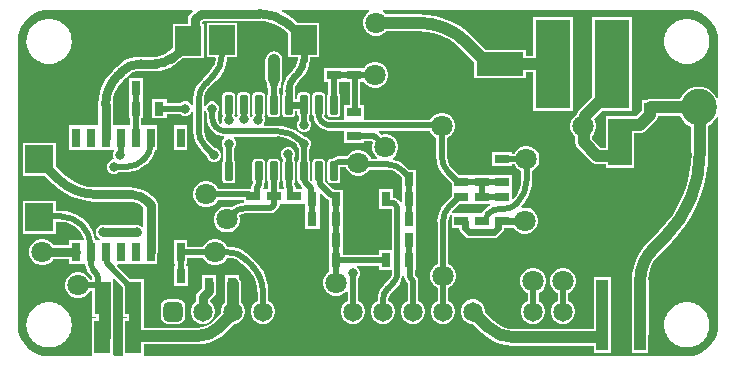
<source format=gbr>
%TF.GenerationSoftware,Altium Limited,Altium Designer,24.7.2 (38)*%
G04 Layer_Physical_Order=2*
G04 Layer_Color=16711680*
%FSLAX43Y43*%
%MOMM*%
%TF.SameCoordinates,A6C98B59-F63B-4C8E-8392-574C2285590F*%
%TF.FilePolarity,Positive*%
%TF.FileFunction,Copper,L2,Bot,Signal*%
%TF.Part,Single*%
G01*
G75*
%TA.AperFunction,Conductor*%
%ADD10C,1.000*%
%ADD11C,0.800*%
%ADD12C,0.500*%
%TA.AperFunction,SMDPad,CuDef*%
%ADD15R,0.800X1.250*%
%TA.AperFunction,ComponentPad*%
%ADD16C,1.800*%
%ADD17O,3.000X3.100*%
%ADD18C,1.650*%
G04:AMPARAMS|DCode=19|XSize=1.65mm|YSize=1.65mm|CornerRadius=0.413mm|HoleSize=0mm|Usage=FLASHONLY|Rotation=180.000|XOffset=0mm|YOffset=0mm|HoleType=Round|Shape=RoundedRectangle|*
%AMROUNDEDRECTD19*
21,1,1.650,0.825,0,0,180.0*
21,1,0.825,1.650,0,0,180.0*
1,1,0.825,-0.413,0.413*
1,1,0.825,0.413,0.413*
1,1,0.825,0.413,-0.413*
1,1,0.825,-0.413,-0.413*
%
%ADD19ROUNDEDRECTD19*%
%TA.AperFunction,ViaPad*%
%ADD20C,0.800*%
%TA.AperFunction,Conductor*%
%ADD21C,0.500*%
%ADD22C,0.600*%
%TA.AperFunction,SMDPad,CuDef*%
%ADD23R,4.000X2.000*%
%ADD24R,2.200X2.500*%
%ADD25R,0.750X1.650*%
%ADD26R,2.400X2.400*%
%ADD27R,1.403X2.804*%
G04:AMPARAMS|DCode=28|XSize=0.65mm|YSize=1.65mm|CornerRadius=0.049mm|HoleSize=0mm|Usage=FLASHONLY|Rotation=0.000|XOffset=0mm|YOffset=0mm|HoleType=Round|Shape=RoundedRectangle|*
%AMROUNDEDRECTD28*
21,1,0.650,1.553,0,0,0.0*
21,1,0.553,1.650,0,0,0.0*
1,1,0.098,0.276,-0.776*
1,1,0.098,-0.276,-0.776*
1,1,0.098,-0.276,0.776*
1,1,0.098,0.276,0.776*
%
%ADD28ROUNDEDRECTD28*%
%ADD29R,2.000X4.000*%
%ADD30R,1.250X0.800*%
%ADD31R,3.000X7.500*%
%ADD32R,1.000X2.800*%
G36*
X57000Y29667D02*
Y29667D01*
X57124Y29659D01*
X57417Y29636D01*
X57825Y29538D01*
X58211Y29378D01*
X58569Y29159D01*
X58887Y28887D01*
X59159Y28569D01*
X59378Y28211D01*
X59538Y27825D01*
X59636Y27417D01*
X59659Y27124D01*
X59667Y27000D01*
X59667Y27000D01*
X59667Y26873D01*
X59667Y22208D01*
X59540Y22176D01*
X59420Y22399D01*
X59208Y22658D01*
X58949Y22870D01*
X58654Y23028D01*
X58333Y23125D01*
X58000Y23158D01*
X57667Y23125D01*
X57346Y23028D01*
X57051Y22870D01*
X56792Y22658D01*
X56580Y22399D01*
X56430Y22119D01*
X54095D01*
X54000Y22131D01*
X53817Y22107D01*
X53647Y22036D01*
X53632Y22025D01*
X53175D01*
Y21371D01*
X53169Y21325D01*
Y21092D01*
X52733Y20656D01*
X51825D01*
X51779Y20650D01*
X50125D01*
Y18006D01*
X49703D01*
X48971Y18738D01*
Y18990D01*
X49105Y19125D01*
X49250Y19375D01*
X49325Y19655D01*
Y19945D01*
X49250Y20225D01*
X49137Y20420D01*
X49842Y21125D01*
X52400D01*
Y29025D01*
X49000D01*
Y22280D01*
X47879Y21158D01*
X47767Y21012D01*
X47696Y20842D01*
X47685Y20758D01*
X47550Y20680D01*
X47345Y20475D01*
X47200Y20225D01*
X47125Y19945D01*
Y19655D01*
X47200Y19375D01*
X47345Y19125D01*
X47550Y18920D01*
X47559Y18914D01*
Y18446D01*
X47583Y18263D01*
X47653Y18093D01*
X47766Y17947D01*
X48912Y16801D01*
X49058Y16689D01*
X49228Y16618D01*
X49411Y16594D01*
X50125D01*
Y16250D01*
X52525D01*
Y19244D01*
X53025D01*
X53208Y19268D01*
X53378Y19339D01*
X53524Y19451D01*
X54374Y20301D01*
X54486Y20447D01*
X54557Y20617D01*
X54569Y20706D01*
X56419D01*
X56422Y20696D01*
X56580Y20401D01*
X56792Y20142D01*
X57051Y19930D01*
X57346Y19772D01*
X57394Y19757D01*
Y17565D01*
X57397Y17539D01*
X57353Y16642D01*
X57218Y15729D01*
X56993Y14832D01*
X56682Y13962D01*
X56287Y13127D01*
X55812Y12335D01*
X55262Y11593D01*
X54657Y10926D01*
X54636Y10909D01*
X53751Y10025D01*
X53660Y9939D01*
X53659Y9938D01*
X53578Y9846D01*
X53271Y9495D01*
X52944Y9005D01*
X52683Y8477D01*
X52494Y7919D01*
X52379Y7342D01*
X52361Y7075D01*
X52350D01*
Y6901D01*
X52341Y6757D01*
X52344Y6757D01*
X52344Y6375D01*
Y2225D01*
X52350Y2179D01*
Y625D01*
X53750D01*
Y2179D01*
X53756Y2225D01*
Y6375D01*
X53756Y6757D01*
X53754Y6769D01*
X53791Y7237D01*
X53904Y7709D01*
X54090Y8157D01*
X54343Y8570D01*
X54578Y8845D01*
X54661Y8937D01*
X54661Y8937D01*
X54751Y9027D01*
X55546Y9822D01*
X55637Y9908D01*
X55639Y9910D01*
X55722Y10000D01*
X56277Y10606D01*
X56852Y11355D01*
X57360Y12152D01*
X57796Y12990D01*
X58157Y13862D01*
X58441Y14763D01*
X58646Y15685D01*
X58769Y16622D01*
X58810Y17565D01*
X58806D01*
Y19853D01*
X58949Y19930D01*
X59208Y20142D01*
X59420Y20401D01*
X59540Y20624D01*
X59667Y20592D01*
X59667Y3125D01*
X59667Y3003D01*
X59667Y3000D01*
D01*
X59659Y2877D01*
X59636Y2583D01*
X59538Y2175D01*
X59378Y1789D01*
X59159Y1431D01*
X58887Y1113D01*
X58569Y841D01*
X58211Y622D01*
X57825Y462D01*
X57417Y364D01*
X57124Y341D01*
X57000Y333D01*
X57000Y333D01*
X56873Y333D01*
X11152Y333D01*
X11027Y460D01*
Y1338D01*
X15541D01*
X15544Y1338D01*
X15544Y1333D01*
X16070Y1375D01*
X16583Y1498D01*
X17071Y1700D01*
X17520Y1976D01*
X17922Y2318D01*
X17922Y2318D01*
X18007Y2410D01*
X18692Y3095D01*
X18705D01*
X18966Y3165D01*
X19199Y3300D01*
X19390Y3491D01*
X19525Y3724D01*
X19595Y3985D01*
Y4255D01*
X19525Y4516D01*
X19390Y4749D01*
X19279Y4861D01*
Y6456D01*
X19281Y6475D01*
X19257Y6658D01*
X19186Y6828D01*
X19125Y6908D01*
Y7175D01*
X18621D01*
X18575Y7181D01*
X18529Y7175D01*
X17925D01*
Y6738D01*
X17891Y6655D01*
X17866Y6472D01*
Y4866D01*
X17750Y4749D01*
X17615Y4516D01*
X17545Y4255D01*
Y3985D01*
X17554Y3953D01*
X16920Y3320D01*
X16913Y3310D01*
X16627Y3075D01*
X16290Y2895D01*
X15924Y2785D01*
X15557Y2748D01*
X15545Y2750D01*
X15543Y2750D01*
X15542Y2750D01*
X15542Y2750D01*
X11027D01*
Y3541D01*
X11018D01*
Y3673D01*
X11049D01*
Y6877D01*
X9896D01*
X8765Y8008D01*
X8814Y8125D01*
X9633D01*
X9640Y8125D01*
X9760D01*
X9767Y8125D01*
X10903D01*
X10910Y8125D01*
X11030D01*
X11037Y8125D01*
X12180D01*
Y8965D01*
X12217Y9150D01*
Y13180D01*
X12205Y13239D01*
Y13299D01*
X12182Y13355D01*
X12170Y13414D01*
X12137Y13464D01*
X12114Y13520D01*
X12071Y13563D01*
X12038Y13613D01*
X11782Y13868D01*
X11782Y13868D01*
X11782Y13868D01*
X11782Y13868D01*
X11758Y13884D01*
X11457Y14142D01*
X11095Y14363D01*
X10702Y14526D01*
X10290Y14625D01*
X9895Y14656D01*
X9866Y14662D01*
X9866D01*
Y14662D01*
X9768Y14662D01*
X9768Y14662D01*
X6928D01*
X6927Y14662D01*
X6927Y14662D01*
X6925Y14662D01*
X6886Y14654D01*
X6321Y14698D01*
X5731Y14840D01*
X5170Y15072D01*
X4653Y15389D01*
X4223Y15756D01*
X4202Y15788D01*
X3567Y16424D01*
Y18400D01*
X767D01*
Y15600D01*
X2660D01*
X3337Y14923D01*
X3344Y14919D01*
X3834Y14489D01*
X4386Y14120D01*
X4982Y13826D01*
X5611Y13612D01*
X6263Y13483D01*
X6920Y13439D01*
X6926Y13438D01*
Y13438D01*
X6926Y13438D01*
X6927Y13438D01*
X7053Y13438D01*
X9768D01*
X9866Y13438D01*
X9866Y13438D01*
X9991Y13432D01*
X10157Y13416D01*
X10437Y13331D01*
X10695Y13193D01*
X10905Y13021D01*
X10917Y13003D01*
X10993Y12927D01*
Y11310D01*
X10989Y11307D01*
X10866Y11270D01*
X10858Y11283D01*
X10807Y11316D01*
X10765Y11359D01*
X10709Y11382D01*
X10659Y11415D01*
X10600Y11427D01*
X10544Y11450D01*
X10484D01*
X10425Y11462D01*
X7548D01*
X7489Y11450D01*
X7428D01*
X7373Y11427D01*
X7314Y11415D01*
X7263Y11382D01*
X7208Y11359D01*
X7165Y11316D01*
X7115Y11283D01*
X7082Y11232D01*
X7039Y11190D01*
X7016Y11134D01*
X6982Y11084D01*
X6971Y11025D01*
X6948Y10969D01*
Y10909D01*
X6936Y10850D01*
X6948Y10791D01*
Y10731D01*
X6971Y10675D01*
X6982Y10616D01*
X7016Y10566D01*
X7039Y10510D01*
X7082Y10468D01*
X7115Y10417D01*
X7165Y10384D01*
X7208Y10341D01*
X7263Y10318D01*
X7288Y10302D01*
X7264Y10175D01*
X7227D01*
X7220Y10175D01*
X7100D01*
X7093Y10175D01*
X6932D01*
X6837Y10573D01*
X6655Y11011D01*
X6407Y11416D01*
X6100Y11775D01*
X6100D01*
X6006Y11855D01*
X5750Y12074D01*
X5358Y12314D01*
X4932Y12490D01*
X4485Y12598D01*
X4030Y12634D01*
Y12634D01*
X4029Y12634D01*
X3903Y12634D01*
X3567Y12634D01*
Y13519D01*
X767D01*
Y10719D01*
X3567D01*
Y11716D01*
X4029Y11716D01*
X4048Y11720D01*
X4420Y11683D01*
X4799Y11568D01*
X5149Y11381D01*
X5358Y11210D01*
X5451Y11126D01*
D01*
X5534Y11034D01*
X5717Y10812D01*
X5912Y10446D01*
X5957Y10299D01*
X5864Y10175D01*
X5830D01*
X5823Y10175D01*
X4680D01*
Y9762D01*
X3343D01*
X3306Y9825D01*
X3101Y10030D01*
X2851Y10175D01*
X2571Y10250D01*
X2281D01*
X2001Y10175D01*
X1751Y10030D01*
X1546Y9825D01*
X1401Y9575D01*
X1326Y9295D01*
Y9005D01*
X1401Y8725D01*
X1546Y8475D01*
X1751Y8270D01*
X2001Y8125D01*
X2281Y8050D01*
X2571D01*
X2851Y8125D01*
X3101Y8270D01*
X3306Y8475D01*
X3343Y8538D01*
X4680D01*
Y8125D01*
X5823D01*
X5830Y8125D01*
X5950D01*
X5957Y8125D01*
X6070D01*
X6105Y7865D01*
X6221Y7585D01*
X6406Y7344D01*
X6407Y7345D01*
X6491Y7260D01*
X6499Y7255D01*
X6620Y7096D01*
X6659Y7004D01*
X6646Y6877D01*
X6571Y6825D01*
X6433Y6847D01*
X6330Y7025D01*
X6125Y7230D01*
X5875Y7375D01*
X5595Y7450D01*
X5305D01*
X5025Y7375D01*
X4775Y7230D01*
X4570Y7025D01*
X4425Y6774D01*
X4350Y6495D01*
Y6205D01*
X4425Y5925D01*
X4570Y5674D01*
X4775Y5470D01*
X5025Y5325D01*
X5305Y5250D01*
X5595D01*
X5875Y5325D01*
X6125Y5470D01*
X6330Y5674D01*
X6455Y5891D01*
X6646D01*
Y3673D01*
X7005D01*
Y3541D01*
X6623D01*
Y460D01*
X6623Y337D01*
X6498Y333D01*
X3127D01*
X3000Y333D01*
X2876Y341D01*
X2583Y364D01*
X2175Y462D01*
X1789Y622D01*
X1431Y841D01*
X1113Y1113D01*
X841Y1431D01*
X622Y1789D01*
X462Y2175D01*
X364Y2583D01*
X341Y2876D01*
X333Y3000D01*
X333Y3127D01*
X333Y26873D01*
X333Y27000D01*
X341Y27124D01*
X364Y27417D01*
X462Y27825D01*
X622Y28211D01*
X841Y28569D01*
X1113Y28887D01*
X1431Y29159D01*
X1789Y29378D01*
X2175Y29538D01*
X2583Y29636D01*
X2874Y29659D01*
X3000Y29667D01*
X3000Y29667D01*
X3124Y29667D01*
X15118D01*
X15167Y29549D01*
X14932Y29314D01*
X14799Y29115D01*
X14752Y28881D01*
Y28450D01*
X13498D01*
Y26458D01*
X12941Y26023D01*
X12939Y26023D01*
X12939Y26023D01*
Y26023D01*
X12777Y25898D01*
X12420Y25750D01*
X12072Y25705D01*
X12037Y25712D01*
X12035Y25712D01*
X12035Y25712D01*
X12034Y25712D01*
X10774D01*
X10773Y25712D01*
X10773Y25712D01*
X10772D01*
Y25712D01*
X10771D01*
X10748Y25707D01*
X10314Y25673D01*
X9868Y25566D01*
X9444Y25390D01*
X9053Y25151D01*
X8721Y24867D01*
X8702Y24854D01*
X8394Y24546D01*
X8382Y24528D01*
X8039Y24137D01*
X7739Y23688D01*
X7500Y23204D01*
X7327Y22693D01*
X7221Y22163D01*
X7188Y21646D01*
X7183Y21625D01*
X7183D01*
X7183Y21624D01*
X7183Y21623D01*
X7183Y21498D01*
Y19968D01*
X7100Y19875D01*
X7056Y19875D01*
X5957D01*
X5950Y19875D01*
X5830D01*
X5823Y19875D01*
X4680D01*
Y17825D01*
X5823D01*
X5830Y17825D01*
X5950D01*
X5957Y17825D01*
X7093D01*
X7100Y17825D01*
X7220D01*
X7227Y17825D01*
X8363D01*
X8370Y17825D01*
X8490D01*
X8533Y17703D01*
X8442Y17483D01*
Y17244D01*
X8490Y17127D01*
X8405Y17000D01*
X8356D01*
X8135Y16909D01*
X7966Y16740D01*
X7875Y16519D01*
Y16281D01*
X7966Y16060D01*
X8135Y15891D01*
X8356Y15800D01*
X8594D01*
X8815Y15891D01*
X8865Y15941D01*
X9654D01*
X9656Y15941D01*
X9657Y15939D01*
X10097Y15982D01*
X10520Y16111D01*
X10910Y16319D01*
X11158Y16523D01*
X11251Y16600D01*
X11253Y16602D01*
X11341Y16692D01*
X11376Y16727D01*
X11466Y16816D01*
X11466Y16816D01*
X11717Y17122D01*
X11903Y17470D01*
X12011Y17825D01*
X12180D01*
Y19875D01*
X11037D01*
X11030Y19875D01*
X10910D01*
X10801Y19934D01*
Y20475D01*
X10948D01*
Y22125D01*
X10948D01*
X10953Y22250D01*
X10975D01*
Y23900D01*
X9775D01*
Y22250D01*
X9775D01*
X9770Y22125D01*
X9748D01*
Y20475D01*
X9883D01*
Y19902D01*
X9760Y19875D01*
X9640D01*
X9633Y19875D01*
X8534D01*
X8490Y19875D01*
X8407Y19968D01*
Y21623D01*
X8407Y21623D01*
X8407Y21624D01*
X8407Y21626D01*
X8401Y21654D01*
X8435Y22081D01*
X8541Y22525D01*
X8716Y22948D01*
X8955Y23338D01*
X9171Y23590D01*
X9259Y23681D01*
X9259Y23681D01*
X9349Y23771D01*
X9477Y23899D01*
X9567Y23989D01*
X9567Y23989D01*
X9659Y24074D01*
X9822Y24207D01*
X10117Y24365D01*
X10438Y24463D01*
X10647Y24483D01*
X10772Y24488D01*
X10772Y24488D01*
X10774Y24488D01*
X11909D01*
X12035Y24488D01*
X12036Y24488D01*
X12036Y24488D01*
Y24488D01*
X12064Y24494D01*
X12457Y24525D01*
X12867Y24623D01*
X13257Y24785D01*
X13617Y25005D01*
X13658Y25040D01*
X13692Y25058D01*
X14324Y25550D01*
X16098D01*
Y28450D01*
X15976D01*
Y28628D01*
X16086Y28738D01*
X20809D01*
X20810Y28738D01*
X20811Y28738D01*
X20843Y28744D01*
X21309Y28708D01*
X21796Y28591D01*
X22259Y28399D01*
X22686Y28137D01*
X22800Y28040D01*
X22803Y28037D01*
X23257Y27672D01*
Y25675D01*
X24047D01*
Y25401D01*
X24051Y25384D01*
X24019Y25145D01*
X23920Y24906D01*
X23838Y24799D01*
X23759Y24704D01*
X23758Y24704D01*
X23669Y24615D01*
X23555Y24501D01*
X23465Y24413D01*
X23464Y24412D01*
X23387Y24318D01*
X23174Y24059D01*
X22958Y23655D01*
X22826Y23218D01*
X22781Y22765D01*
X22782Y22764D01*
Y22520D01*
X22782Y22519D01*
X22762Y22422D01*
Y20870D01*
X22782Y20773D01*
X22837Y20690D01*
X22919Y20635D01*
X23016Y20616D01*
X23568D01*
X23665Y20635D01*
X23748Y20690D01*
X23803Y20773D01*
X23822Y20870D01*
Y21136D01*
X24032D01*
Y20870D01*
X24052Y20773D01*
X24107Y20690D01*
X24126Y20677D01*
Y20320D01*
X24098Y20293D01*
X24007Y20072D01*
Y19834D01*
X24098Y19613D01*
X24267Y19444D01*
X24488Y19353D01*
X24726D01*
X24947Y19444D01*
X25116Y19613D01*
X25207Y19834D01*
Y20072D01*
X25116Y20293D01*
X25043Y20365D01*
Y20729D01*
X25073Y20773D01*
X25092Y20870D01*
Y22422D01*
X25073Y22519D01*
X25018Y22602D01*
X24935Y22657D01*
X24838Y22676D01*
X24286D01*
X24189Y22657D01*
X24107Y22602D01*
X24052Y22519D01*
X24032Y22422D01*
Y22156D01*
X23822D01*
Y22422D01*
X23803Y22519D01*
X23802Y22520D01*
Y22764D01*
X23797Y22789D01*
X23838Y23104D01*
X23970Y23423D01*
X24165Y23676D01*
X24187Y23691D01*
X24479Y23983D01*
X24480Y23984D01*
X24480Y23984D01*
X24729Y24288D01*
X24914Y24634D01*
X25028Y25010D01*
X25067Y25399D01*
X25067Y25401D01*
X25067D01*
X25067Y25401D01*
Y25675D01*
X25857D01*
Y28575D01*
X24087D01*
X23568Y28991D01*
X23540Y29006D01*
X23491Y29049D01*
X23012Y29369D01*
X22666Y29540D01*
X22696Y29667D01*
X30123D01*
X30157Y29540D01*
X30011Y29455D01*
X29806Y29250D01*
X29662Y29000D01*
X29587Y28720D01*
Y28430D01*
X29662Y28150D01*
X29806Y27900D01*
X30011Y27695D01*
X30262Y27550D01*
X30542Y27475D01*
X30831D01*
X31111Y27550D01*
X31362Y27695D01*
X31536Y27869D01*
X34263D01*
X34285Y27872D01*
X34939Y27829D01*
X35604Y27697D01*
X36246Y27479D01*
X36854Y27179D01*
X37418Y26803D01*
X37909Y26372D01*
X37922Y26355D01*
X39000Y25277D01*
Y23875D01*
X43400D01*
Y24369D01*
X44000D01*
Y21125D01*
X47400D01*
Y29025D01*
X44000D01*
Y25781D01*
X43400D01*
Y26275D01*
X39998D01*
X39010Y27264D01*
X38923Y27356D01*
X38923Y27356D01*
X38374Y27847D01*
X37771Y28275D01*
X37124Y28632D01*
X36441Y28915D01*
X35730Y29120D01*
X35001Y29244D01*
X34263Y29285D01*
Y29281D01*
X31536D01*
X31362Y29455D01*
X31216Y29540D01*
X31250Y29667D01*
X56875D01*
X57000Y29667D01*
D02*
G37*
G36*
X9247Y6228D02*
Y3673D01*
X9606D01*
Y3541D01*
X9224D01*
Y460D01*
X9224Y337D01*
X9098Y333D01*
X8552D01*
X8426Y460D01*
Y3541D01*
X8417D01*
Y3673D01*
X8449D01*
Y6846D01*
X8561Y6914D01*
X9247Y6228D01*
D02*
G37*
%LPC*%
G36*
X57148Y28908D02*
X56852D01*
X56813Y28900D01*
X56773D01*
X56483Y28842D01*
X56446Y28827D01*
X56406Y28819D01*
X56133Y28706D01*
X56100Y28684D01*
X56063Y28668D01*
X55817Y28504D01*
X55789Y28476D01*
X55755Y28454D01*
X55546Y28245D01*
X55524Y28211D01*
X55496Y28183D01*
X55332Y27937D01*
X55316Y27900D01*
X55294Y27867D01*
X55181Y27594D01*
X55173Y27554D01*
X55158Y27517D01*
X55100Y27227D01*
Y27187D01*
X55092Y27148D01*
Y26852D01*
X55100Y26813D01*
Y26773D01*
X55158Y26483D01*
X55173Y26446D01*
X55181Y26406D01*
X55294Y26133D01*
X55316Y26100D01*
X55332Y26063D01*
X55496Y25817D01*
X55524Y25789D01*
X55546Y25755D01*
X55755Y25546D01*
X55789Y25524D01*
X55817Y25496D01*
X56063Y25332D01*
X56100Y25316D01*
X56133Y25294D01*
X56406Y25181D01*
X56446Y25173D01*
X56483Y25158D01*
X56773Y25100D01*
X56813D01*
X56852Y25092D01*
X57148D01*
X57187Y25100D01*
X57227D01*
X57517Y25158D01*
X57554Y25173D01*
X57594Y25181D01*
X57867Y25294D01*
X57900Y25316D01*
X57937Y25332D01*
X58183Y25496D01*
X58211Y25524D01*
X58245Y25546D01*
X58454Y25755D01*
X58476Y25789D01*
X58504Y25817D01*
X58668Y26063D01*
X58684Y26100D01*
X58706Y26133D01*
X58819Y26406D01*
X58827Y26446D01*
X58842Y26483D01*
X58900Y26773D01*
Y26813D01*
X58908Y26852D01*
Y27148D01*
X58900Y27187D01*
Y27227D01*
X58842Y27517D01*
X58827Y27554D01*
X58819Y27594D01*
X58706Y27867D01*
X58684Y27900D01*
X58668Y27937D01*
X58504Y28183D01*
X58476Y28211D01*
X58454Y28245D01*
X58245Y28454D01*
X58211Y28476D01*
X58183Y28504D01*
X57937Y28668D01*
X57900Y28684D01*
X57867Y28706D01*
X57594Y28819D01*
X57554Y28827D01*
X57517Y28842D01*
X57227Y28900D01*
X57187D01*
X57148Y28908D01*
D02*
G37*
G36*
X3148D02*
X2852D01*
X2813Y28900D01*
X2773D01*
X2483Y28842D01*
X2446Y28827D01*
X2406Y28819D01*
X2133Y28706D01*
X2100Y28684D01*
X2063Y28668D01*
X1817Y28504D01*
X1789Y28476D01*
X1755Y28454D01*
X1546Y28245D01*
X1524Y28211D01*
X1496Y28183D01*
X1332Y27937D01*
X1316Y27900D01*
X1294Y27867D01*
X1181Y27594D01*
X1173Y27554D01*
X1158Y27517D01*
X1100Y27227D01*
Y27187D01*
X1092Y27148D01*
Y26852D01*
X1100Y26813D01*
Y26773D01*
X1158Y26483D01*
X1173Y26446D01*
X1181Y26406D01*
X1294Y26133D01*
X1316Y26100D01*
X1332Y26063D01*
X1496Y25817D01*
X1524Y25789D01*
X1546Y25755D01*
X1755Y25546D01*
X1789Y25524D01*
X1817Y25496D01*
X2063Y25332D01*
X2100Y25316D01*
X2133Y25294D01*
X2406Y25181D01*
X2446Y25173D01*
X2483Y25158D01*
X2773Y25100D01*
X2813D01*
X2852Y25092D01*
X3148D01*
X3187Y25100D01*
X3227D01*
X3517Y25158D01*
X3554Y25173D01*
X3594Y25181D01*
X3867Y25294D01*
X3900Y25316D01*
X3937Y25332D01*
X4183Y25496D01*
X4211Y25524D01*
X4245Y25546D01*
X4454Y25755D01*
X4476Y25789D01*
X4504Y25817D01*
X4668Y26063D01*
X4684Y26100D01*
X4706Y26133D01*
X4819Y26406D01*
X4827Y26446D01*
X4842Y26483D01*
X4900Y26773D01*
Y26813D01*
X4908Y26852D01*
Y27148D01*
X4900Y27187D01*
Y27227D01*
X4842Y27517D01*
X4827Y27554D01*
X4819Y27594D01*
X4706Y27867D01*
X4684Y27900D01*
X4668Y27937D01*
X4504Y28183D01*
X4476Y28211D01*
X4454Y28245D01*
X4245Y28454D01*
X4211Y28476D01*
X4183Y28504D01*
X3937Y28668D01*
X3900Y28684D01*
X3867Y28706D01*
X3594Y28819D01*
X3554Y28827D01*
X3517Y28842D01*
X3227Y28900D01*
X3187D01*
X3148Y28908D01*
D02*
G37*
G36*
X18957Y28575D02*
X16357D01*
Y25675D01*
X17086D01*
X17171Y25581D01*
X17163Y25499D01*
X17038Y25088D01*
X16836Y24710D01*
X16642Y24473D01*
X16557Y24381D01*
X16557Y24381D01*
X16468Y24291D01*
X16020Y23844D01*
X15929Y23757D01*
X15927Y23755D01*
X15851Y23662D01*
X15622Y23384D01*
X15396Y22960D01*
X15256Y22500D01*
X15222Y22149D01*
X15221Y22146D01*
X15220Y22128D01*
X15209Y22022D01*
X15209Y22022D01*
X15209D01*
X15212Y21901D01*
Y21554D01*
X15085Y21529D01*
X15034Y21653D01*
X14865Y21822D01*
X14644Y21913D01*
X14406D01*
X14185Y21822D01*
X14129Y21766D01*
X12948D01*
Y22125D01*
X11748D01*
Y20475D01*
X12948D01*
Y20848D01*
X14142D01*
X14185Y20805D01*
X14406Y20713D01*
X14644D01*
X14865Y20805D01*
X15034Y20974D01*
X15085Y21098D01*
X15212Y21073D01*
Y19568D01*
X15210Y19441D01*
X15210D01*
X15254Y18999D01*
X15383Y18573D01*
X15593Y18181D01*
X15875Y17837D01*
X15876Y17838D01*
X16400Y17315D01*
Y17244D01*
X16491Y17024D01*
X16660Y16855D01*
X16881Y16764D01*
X17119D01*
X17340Y16855D01*
X17509Y17024D01*
X17600Y17244D01*
Y17483D01*
X17509Y17703D01*
X17340Y17872D01*
X17119Y17963D01*
X17049D01*
X16525Y18487D01*
X16505Y18500D01*
X16304Y18763D01*
X16168Y19090D01*
X16125Y19418D01*
X16130Y19441D01*
X16130Y19443D01*
X16130Y19443D01*
X16130Y19444D01*
Y21085D01*
X16257Y21110D01*
X16316Y20967D01*
X16366Y20917D01*
Y20662D01*
X16366Y20536D01*
X16366Y20536D01*
X16366D01*
X16368Y20526D01*
X16399Y20218D01*
X16492Y19910D01*
X16643Y19627D01*
X16771Y19471D01*
X16846Y19380D01*
X16848Y19377D01*
X16848Y19376D01*
X16848Y19376D01*
X16863Y19367D01*
X17073Y19194D01*
X17331Y19056D01*
X17611Y18971D01*
X17794Y18953D01*
X17835Y18822D01*
X17703Y18690D01*
X17612Y18469D01*
Y18231D01*
X17703Y18010D01*
X17753Y17960D01*
Y16947D01*
X17702Y16869D01*
X17682Y16772D01*
Y15220D01*
X17702Y15123D01*
X17757Y15040D01*
X17839Y14985D01*
X17936Y14966D01*
X18488D01*
X18585Y14985D01*
X18668Y15040D01*
X18723Y15123D01*
X18742Y15220D01*
Y16772D01*
X18723Y16869D01*
X18671Y16947D01*
Y17960D01*
X18721Y18010D01*
X18812Y18231D01*
Y18469D01*
X18721Y18690D01*
X18596Y18814D01*
X18649Y18941D01*
X22264Y18941D01*
X22293Y18947D01*
X22771Y18900D01*
X23260Y18752D01*
X23709Y18511D01*
X24007Y18267D01*
Y18202D01*
X24098Y17981D01*
X24126Y17954D01*
Y16964D01*
X24107Y16952D01*
X24052Y16869D01*
X24032Y16772D01*
Y15220D01*
X24052Y15123D01*
X24107Y15040D01*
X24189Y14985D01*
X24194Y14984D01*
X24213Y14887D01*
X24313Y14738D01*
X24456Y14595D01*
X24404Y14468D01*
X23875D01*
Y14613D01*
X23841Y14789D01*
X23751Y14923D01*
Y15045D01*
X23803Y15123D01*
X23822Y15220D01*
Y16772D01*
X23803Y16869D01*
X23748Y16952D01*
X23750Y17077D01*
X23768Y17095D01*
X23860Y17316D01*
Y17554D01*
X23768Y17775D01*
X23599Y17944D01*
X23379Y18035D01*
X23140D01*
X22920Y17944D01*
X22751Y17775D01*
X22660Y17554D01*
Y17316D01*
X22751Y17095D01*
X22817Y17029D01*
Y16922D01*
X22782Y16869D01*
X22762Y16772D01*
Y15220D01*
X22782Y15123D01*
X22833Y15045D01*
Y14738D01*
X22863Y14590D01*
X22812Y14500D01*
X22780Y14465D01*
X22486D01*
Y15053D01*
X22533Y15123D01*
X22552Y15220D01*
Y16772D01*
X22533Y16869D01*
X22478Y16952D01*
X22395Y17007D01*
X22298Y17026D01*
X21746D01*
X21649Y17007D01*
X21566Y16952D01*
X21512Y16869D01*
X21492Y16772D01*
Y15220D01*
X21512Y15123D01*
X21566Y15040D01*
X21568Y15039D01*
Y14465D01*
X21226D01*
X21143Y14560D01*
X21147Y14583D01*
X21176Y14627D01*
X21211Y14802D01*
Y15045D01*
X21263Y15123D01*
X21282Y15220D01*
Y16772D01*
X21263Y16869D01*
X21208Y16952D01*
X21125Y17007D01*
X21028Y17026D01*
X20476D01*
X20379Y17007D01*
X20296Y16952D01*
X20242Y16869D01*
X20222Y16772D01*
Y15220D01*
X20242Y15123D01*
X20293Y15045D01*
Y14992D01*
X20276Y14975D01*
X20177Y14826D01*
X20142Y14651D01*
Y14576D01*
X20126Y14554D01*
X20015Y14484D01*
X19891Y14509D01*
X17313D01*
X17188Y14725D01*
X16983Y14930D01*
X16732Y15075D01*
X16452Y15150D01*
X16163D01*
X15883Y15075D01*
X15632Y14930D01*
X15427Y14725D01*
X15282Y14475D01*
X15208Y14195D01*
Y13905D01*
X15282Y13625D01*
X15427Y13375D01*
X15632Y13170D01*
X15883Y13025D01*
X16163Y12950D01*
X16452D01*
X16732Y13025D01*
X16983Y13170D01*
X17188Y13375D01*
X17313Y13591D01*
X19476D01*
Y13325D01*
X19278Y13305D01*
X18864Y13180D01*
X18483Y12976D01*
X18447Y12947D01*
X18187Y13016D01*
X17898D01*
X17618Y12941D01*
X17367Y12796D01*
X17162Y12591D01*
X17017Y12341D01*
X16942Y12061D01*
Y11771D01*
X17017Y11491D01*
X17162Y11241D01*
X17367Y11036D01*
X17618Y10891D01*
X17898Y10816D01*
X18187D01*
X18467Y10891D01*
X18718Y11036D01*
X18923Y11241D01*
X19067Y11491D01*
X19142Y11771D01*
Y12061D01*
X19086Y12272D01*
X19373Y12392D01*
X19686Y12433D01*
X19708Y12428D01*
X21764D01*
X21940Y12463D01*
X22088Y12563D01*
X22381Y12856D01*
X22481Y13005D01*
X22516Y13180D01*
Y13265D01*
X22806D01*
X22857Y13265D01*
X22983Y13268D01*
X24574D01*
X24582Y13268D01*
X24701Y13249D01*
Y12802D01*
X24701D01*
X24701Y12741D01*
X24701D01*
X24701Y12675D01*
Y11091D01*
X25901D01*
Y12741D01*
X25901D01*
X25901Y12802D01*
X25901D01*
X25901Y12868D01*
Y14133D01*
X26019Y14181D01*
X26522Y13678D01*
X26671Y13578D01*
X26701Y13572D01*
Y12802D01*
X26701D01*
X26701Y12741D01*
X26701D01*
X26701Y12675D01*
Y11091D01*
X26701D01*
Y11025D01*
X26701D01*
Y9375D01*
X26701D01*
X26700Y9300D01*
X26700D01*
X26700Y9248D01*
Y7650D01*
X26709D01*
X26743Y7523D01*
X26626Y7455D01*
X26421Y7250D01*
X26276Y7000D01*
X26201Y6720D01*
Y6430D01*
X26276Y6150D01*
X26421Y5900D01*
X26626Y5695D01*
X26877Y5550D01*
X27156Y5475D01*
X27446D01*
X27726Y5550D01*
X27977Y5695D01*
X28144Y5862D01*
X28271Y5810D01*
Y5039D01*
X28101Y4940D01*
X27910Y4749D01*
X27775Y4516D01*
X27705Y4255D01*
Y3985D01*
X27775Y3724D01*
X27910Y3491D01*
X28101Y3300D01*
X28334Y3165D01*
X28595Y3095D01*
X28865D01*
X29126Y3165D01*
X29359Y3300D01*
X29550Y3491D01*
X29685Y3724D01*
X29755Y3985D01*
Y4255D01*
X29685Y4516D01*
X29550Y4749D01*
X29359Y4940D01*
X29189Y5039D01*
Y6968D01*
X29239Y7018D01*
X29330Y7238D01*
Y7477D01*
X29239Y7698D01*
X29070Y7866D01*
X29014Y7889D01*
X29040Y8016D01*
X30898D01*
Y7650D01*
X32040D01*
Y7383D01*
X32041Y7376D01*
X32017Y7198D01*
X31946Y7026D01*
X31906Y6974D01*
X31830Y6879D01*
X31830Y6879D01*
X31740Y6789D01*
X31349Y6398D01*
X31349Y6398D01*
X31348Y6397D01*
X31120Y6119D01*
X30951Y5802D01*
X30846Y5458D01*
X30811Y5103D01*
X30811Y5103D01*
X30811D01*
X30811Y5102D01*
X30811Y5039D01*
X30641Y4940D01*
X30450Y4749D01*
X30315Y4516D01*
X30245Y4255D01*
Y3985D01*
X30315Y3724D01*
X30450Y3491D01*
X30641Y3300D01*
X30874Y3165D01*
X31135Y3095D01*
X31405D01*
X31666Y3165D01*
X31899Y3300D01*
X32090Y3491D01*
X32225Y3724D01*
X32295Y3985D01*
Y4255D01*
X32225Y4516D01*
X32090Y4749D01*
X31899Y4940D01*
X31729Y5039D01*
Y5102D01*
X31727Y5114D01*
X31756Y5339D01*
X31848Y5560D01*
X31920Y5654D01*
X31997Y5749D01*
X31998Y5749D01*
X32087Y5838D01*
X32479Y6230D01*
X32483Y6236D01*
X32682Y6479D01*
X32832Y6760D01*
X32925Y7065D01*
X32939Y7211D01*
X33066Y7204D01*
Y7025D01*
X33101Y6849D01*
X33201Y6701D01*
X33351Y6550D01*
Y5039D01*
X33181Y4940D01*
X32990Y4749D01*
X32855Y4516D01*
X32785Y4255D01*
Y3985D01*
X32855Y3724D01*
X32990Y3491D01*
X33181Y3300D01*
X33414Y3165D01*
X33675Y3095D01*
X33945D01*
X34206Y3165D01*
X34439Y3300D01*
X34630Y3491D01*
X34765Y3724D01*
X34835Y3985D01*
Y4255D01*
X34765Y4516D01*
X34630Y4749D01*
X34439Y4940D01*
X34269Y5039D01*
Y6740D01*
X34234Y6916D01*
X34134Y7064D01*
X33984Y7215D01*
Y7650D01*
X34098D01*
Y9300D01*
X34098D01*
Y9375D01*
X34098D01*
Y11025D01*
X34098D01*
X34098Y11091D01*
X34098D01*
Y12698D01*
X34098Y12741D01*
X34098D01*
X34098Y12825D01*
X34098D01*
Y14475D01*
X34075Y14487D01*
Y16137D01*
X33506D01*
X33333Y16310D01*
X33244Y16401D01*
X33244Y16401D01*
X32916Y16670D01*
X32541Y16870D01*
X32136Y16993D01*
X32119Y17025D01*
X32099Y17119D01*
X32150Y17149D01*
X32355Y17353D01*
X32500Y17604D01*
X32575Y17884D01*
Y18174D01*
X32500Y18453D01*
X32355Y18704D01*
X32150Y18909D01*
X31900Y19054D01*
X31620Y19129D01*
X31330D01*
X31116Y19072D01*
X30899Y19289D01*
X30952Y19416D01*
X35231D01*
X35371Y19175D01*
X35576Y18970D01*
X35791Y18845D01*
X35791Y17267D01*
X35791Y17265D01*
X35789Y17264D01*
X35834Y16811D01*
X35966Y16373D01*
X36182Y15970D01*
X36472Y15617D01*
X36474Y15618D01*
X36474Y15618D01*
X37081Y15011D01*
Y14556D01*
X37081Y14429D01*
X37081Y14333D01*
Y13878D01*
X36595Y13392D01*
X36591Y13392D01*
X36591Y13392D01*
X36512Y13296D01*
X36292Y13028D01*
X36071Y12614D01*
X35935Y12164D01*
X35888Y11696D01*
X35891Y11696D01*
X35891Y11694D01*
Y8155D01*
X35675Y8030D01*
X35470Y7825D01*
X35325Y7575D01*
X35250Y7295D01*
Y7005D01*
X35325Y6725D01*
X35470Y6475D01*
X35675Y6270D01*
X35891Y6145D01*
Y5039D01*
X35721Y4940D01*
X35530Y4749D01*
X35395Y4516D01*
X35325Y4255D01*
Y3985D01*
X35395Y3724D01*
X35530Y3491D01*
X35721Y3300D01*
X35954Y3165D01*
X36215Y3095D01*
X36485D01*
X36746Y3165D01*
X36979Y3300D01*
X37170Y3491D01*
X37305Y3724D01*
X37375Y3985D01*
Y4255D01*
X37305Y4516D01*
X37170Y4749D01*
X36979Y4940D01*
X36809Y5039D01*
Y6145D01*
X37025Y6270D01*
X37230Y6475D01*
X37375Y6725D01*
X37450Y7005D01*
Y7295D01*
X37375Y7575D01*
X37230Y7825D01*
X37025Y8030D01*
X36809Y8155D01*
Y11695D01*
X36809Y11695D01*
X36809Y11696D01*
X36809Y11697D01*
X36807Y11708D01*
X36834Y11985D01*
X36918Y12263D01*
X36954Y12330D01*
X37081Y12298D01*
Y11229D01*
X37721D01*
Y11176D01*
X37760Y10981D01*
X37871Y10816D01*
X38222Y10465D01*
X38388Y10354D01*
X38583Y10315D01*
X40673D01*
X40868Y10354D01*
X41034Y10465D01*
X41385Y10816D01*
X41496Y10981D01*
X41535Y11176D01*
Y11229D01*
X42175D01*
Y11320D01*
X42299D01*
X42395Y11154D01*
X42600Y10949D01*
X42850Y10804D01*
X43130Y10729D01*
X43420D01*
X43700Y10804D01*
X43950Y10949D01*
X44155Y11154D01*
X44300Y11405D01*
X44375Y11685D01*
Y11974D01*
X44300Y12254D01*
X44155Y12505D01*
X43950Y12710D01*
X43700Y12855D01*
X43420Y12929D01*
X43130D01*
X43059Y12911D01*
X43042Y12927D01*
X42991Y13024D01*
X43049Y13092D01*
X43296Y13381D01*
X43560Y13811D01*
X43753Y14277D01*
X43870Y14767D01*
X43910Y15270D01*
X43909D01*
Y16046D01*
X44096Y16154D01*
X44301Y16359D01*
X44446Y16610D01*
X44521Y16890D01*
Y17179D01*
X44446Y17459D01*
X44301Y17710D01*
X44096Y17915D01*
X43845Y18060D01*
X43566Y18135D01*
X43276D01*
X42996Y18060D01*
X42745Y17915D01*
X42541Y17710D01*
X42415Y17493D01*
X42175D01*
Y17660D01*
X40525D01*
Y16460D01*
X42175D01*
Y16576D01*
X42415D01*
X42541Y16359D01*
X42745Y16154D01*
X42991Y16012D01*
Y15270D01*
X42996Y15246D01*
X42954Y14821D01*
X42823Y14389D01*
X42610Y13991D01*
X42340Y13661D01*
X42319Y13647D01*
X42302Y13630D01*
X42175Y13683D01*
Y14429D01*
X42175D01*
Y14460D01*
X42175D01*
Y15660D01*
X40525D01*
Y15660D01*
X40450Y15660D01*
Y15660D01*
X38800D01*
Y15660D01*
X38731D01*
Y15660D01*
X37730D01*
X37211Y16178D01*
X37122Y16267D01*
X37041Y16360D01*
X36891Y16556D01*
X36749Y16898D01*
X36704Y17240D01*
X36709Y17264D01*
X36709Y17266D01*
X36709Y17266D01*
X36709Y17267D01*
X36709Y18844D01*
X36927Y18970D01*
X37131Y19175D01*
X37276Y19425D01*
X37351Y19705D01*
Y19995D01*
X37276Y20275D01*
X37131Y20525D01*
X36927Y20730D01*
X36676Y20875D01*
X36396Y20950D01*
X36106D01*
X35827Y20875D01*
X35576Y20730D01*
X35371Y20525D01*
X35260Y20334D01*
X29755D01*
X29659Y20407D01*
X29659Y20461D01*
Y21607D01*
X29359D01*
Y23575D01*
X29675D01*
X29742Y23504D01*
X29745Y23500D01*
X29745Y23500D01*
X29950Y23295D01*
X30200Y23150D01*
X30480Y23075D01*
X30770D01*
X31050Y23150D01*
X31300Y23295D01*
X31505Y23500D01*
X31650Y23750D01*
X31725Y24030D01*
Y24320D01*
X31650Y24600D01*
X31505Y24850D01*
X31300Y25055D01*
X31050Y25200D01*
X30770Y25275D01*
X30480D01*
X30200Y25200D01*
X29950Y25055D01*
X29745Y24850D01*
X29745Y24850D01*
X29742Y24846D01*
X29675Y24775D01*
X28025D01*
Y24775D01*
X27921D01*
Y24775D01*
X26271D01*
Y23575D01*
X26640D01*
Y22592D01*
X26592Y22519D01*
X26572Y22422D01*
Y20870D01*
X26592Y20773D01*
X26646Y20690D01*
X26729Y20635D01*
X26826Y20616D01*
X27378D01*
X27475Y20635D01*
X27558Y20690D01*
X27613Y20773D01*
X27632Y20870D01*
Y22422D01*
X27613Y22519D01*
X27558Y22601D01*
Y23575D01*
X27921D01*
Y23575D01*
X28025D01*
Y23575D01*
X28441D01*
Y21607D01*
X28009D01*
Y20461D01*
X28009Y20407D01*
X27912Y20334D01*
X26899D01*
X26899Y20334D01*
X26899Y20334D01*
X26897Y20334D01*
X26891Y20333D01*
X26721Y20355D01*
X26556Y20423D01*
X26441Y20512D01*
X26350Y20600D01*
D01*
X26316Y20651D01*
X26311Y20674D01*
X26310Y20724D01*
X26343Y20773D01*
X26362Y20870D01*
Y22422D01*
X26343Y22519D01*
X26288Y22602D01*
X26205Y22657D01*
X26108Y22676D01*
X25556D01*
X25459Y22657D01*
X25376Y22602D01*
X25322Y22519D01*
X25302Y22422D01*
Y20870D01*
X25322Y20773D01*
X25376Y20690D01*
X25393Y20679D01*
X25394Y20648D01*
X25394Y20648D01*
X25394Y20648D01*
X25395Y20593D01*
X25410Y20522D01*
X25422Y20433D01*
X25436Y20399D01*
X25529Y20173D01*
X25681Y19976D01*
X25700Y19950D01*
X25766Y19885D01*
X25766Y19885D01*
X25776Y19878D01*
X26010Y19687D01*
X26286Y19539D01*
X26586Y19448D01*
X26888Y19418D01*
X26898Y19416D01*
Y19416D01*
X26898Y19416D01*
X26899Y19416D01*
X27025Y19416D01*
X28009D01*
Y18407D01*
X29659D01*
Y18548D01*
X30342D01*
X30447Y18443D01*
X30375Y18174D01*
Y17884D01*
X30450Y17604D01*
X30595Y17353D01*
X30787Y17161D01*
X30772Y17045D01*
X30769Y17034D01*
X30257D01*
X30225Y17152D01*
X30080Y17403D01*
X29875Y17607D01*
X29625Y17752D01*
X29345Y17827D01*
X29055D01*
X28775Y17752D01*
X28525Y17607D01*
X28320Y17403D01*
X28249Y17280D01*
X27427D01*
X27252Y17245D01*
X27103Y17145D01*
X26983Y17026D01*
X26826D01*
X26729Y17007D01*
X26646Y16952D01*
X26592Y16869D01*
X26572Y16772D01*
Y15220D01*
X26592Y15123D01*
X26646Y15040D01*
X26729Y14985D01*
X26826Y14966D01*
X27378D01*
X27475Y14985D01*
X27558Y15040D01*
X27613Y15123D01*
X27632Y15220D01*
Y16362D01*
X28159D01*
X28175Y16303D01*
X28320Y16052D01*
X28525Y15847D01*
X28775Y15702D01*
X29055Y15627D01*
X29345D01*
X29625Y15702D01*
X29875Y15847D01*
X30080Y16052D01*
X30117Y16116D01*
X31711D01*
X31732Y16120D01*
X32036Y16080D01*
X32340Y15955D01*
X32583Y15768D01*
X32594Y15751D01*
X32875Y15470D01*
Y14487D01*
X32898Y14475D01*
Y13411D01*
X32771Y13358D01*
X32530Y13599D01*
X32381Y13699D01*
X32205Y13734D01*
X32098D01*
Y14475D01*
X30898D01*
Y12825D01*
X31604D01*
X31648Y12816D01*
X32015D01*
X32040Y12792D01*
Y9300D01*
X30898D01*
Y8934D01*
X27900D01*
Y9300D01*
X27900D01*
X27901Y9375D01*
X27901D01*
X27901Y9427D01*
Y11025D01*
X27901D01*
Y11091D01*
X27901D01*
Y12741D01*
X27901D01*
X27901Y12802D01*
X27901D01*
X27901Y12868D01*
Y14452D01*
X27196D01*
X27151Y14461D01*
X27037D01*
X26366Y15132D01*
Y15921D01*
X26362Y15941D01*
Y16772D01*
X26343Y16869D01*
X26288Y16952D01*
X26205Y17007D01*
X26108Y17026D01*
X25556D01*
X25459Y17007D01*
X25376Y16952D01*
X25322Y16869D01*
X25302Y16772D01*
Y15226D01*
X25287Y15213D01*
X25184Y15165D01*
X25096Y15253D01*
Y15921D01*
X25092Y15941D01*
Y16772D01*
X25073Y16869D01*
X25043Y16913D01*
Y17909D01*
X25116Y17981D01*
X25207Y18202D01*
Y18440D01*
X25116Y18661D01*
X24947Y18830D01*
X24726Y18921D01*
X24644D01*
X24329Y19190D01*
X23859Y19478D01*
X23349Y19689D01*
X22813Y19818D01*
X22264Y19861D01*
Y19859D01*
X21237D01*
X21189Y19976D01*
X21234Y20021D01*
X21325Y20242D01*
Y20480D01*
X21234Y20701D01*
X21222Y20712D01*
X21263Y20773D01*
X21282Y20870D01*
Y22422D01*
X21263Y22519D01*
X21208Y22602D01*
X21125Y22657D01*
X21028Y22676D01*
X20476D01*
X20379Y22657D01*
X20296Y22602D01*
X20242Y22519D01*
X20222Y22422D01*
Y20870D01*
X20242Y20773D01*
X20260Y20745D01*
X20216Y20701D01*
X20178Y20608D01*
X20041D01*
X19991Y20729D01*
X19974Y20745D01*
X19993Y20773D01*
X20012Y20870D01*
Y22422D01*
X19993Y22519D01*
X19938Y22602D01*
X19855Y22657D01*
X19758Y22676D01*
X19206D01*
X19109Y22657D01*
X19027Y22602D01*
X18972Y22519D01*
X18952Y22422D01*
Y20870D01*
X18972Y20773D01*
X18990Y20745D01*
X18973Y20729D01*
X18910Y20576D01*
X18773D01*
X18721Y20701D01*
X18693Y20729D01*
X18723Y20773D01*
X18742Y20870D01*
Y22422D01*
X18723Y22519D01*
X18668Y22602D01*
X18585Y22657D01*
X18488Y22676D01*
X17936D01*
X17839Y22657D01*
X17757Y22602D01*
X17702Y22519D01*
X17682Y22422D01*
Y20870D01*
X17702Y20773D01*
X17731Y20729D01*
X17703Y20701D01*
X17612Y20480D01*
Y20242D01*
X17654Y20142D01*
X17578Y19992D01*
X17551Y19985D01*
X17497Y20026D01*
X17497Y20026D01*
X17496Y20026D01*
X17420Y20122D01*
X17378Y20176D01*
X17306Y20350D01*
X17283Y20529D01*
X17284Y20536D01*
Y20917D01*
X17334Y20967D01*
X17425Y21187D01*
Y21426D01*
X17334Y21647D01*
X17165Y21815D01*
X16944Y21907D01*
X16706D01*
X16485Y21815D01*
X16316Y21647D01*
X16257Y21503D01*
X16130Y21529D01*
Y22021D01*
X16130Y22021D01*
X16130Y22022D01*
X16130Y22023D01*
X16128Y22035D01*
X16156Y22322D01*
X16243Y22609D01*
X16385Y22874D01*
X16569Y23099D01*
X16579Y23106D01*
X17116Y23642D01*
X17206Y23732D01*
X17208Y23733D01*
X17287Y23825D01*
X17524Y24103D01*
X17779Y24518D01*
X17965Y24968D01*
X18078Y25441D01*
X18097Y25675D01*
X18957D01*
Y28575D01*
D02*
G37*
G36*
X22032Y26156D02*
X21849Y26132D01*
X21679Y26061D01*
X21533Y25949D01*
X21529Y25945D01*
X21417Y25799D01*
X21346Y25629D01*
X21322Y25446D01*
Y23850D01*
X21346Y23667D01*
X21417Y23496D01*
X21428Y23482D01*
Y23025D01*
X21566D01*
Y22601D01*
X21512Y22519D01*
X21492Y22422D01*
Y20870D01*
X21512Y20773D01*
X21566Y20690D01*
X21649Y20635D01*
X21746Y20616D01*
X22298D01*
X22395Y20635D01*
X22478Y20690D01*
X22533Y20773D01*
X22552Y20870D01*
Y22422D01*
X22533Y22519D01*
X22484Y22592D01*
Y23025D01*
X22628D01*
Y23482D01*
X22640Y23496D01*
X22710Y23667D01*
X22734Y23850D01*
Y25422D01*
X22738Y25450D01*
X22714Y25633D01*
X22644Y25803D01*
X22531Y25949D01*
X22385Y26061D01*
X22215Y26132D01*
X22032Y26156D01*
D02*
G37*
G36*
X14720Y19875D02*
X13570D01*
Y17825D01*
X14720D01*
Y19875D01*
D02*
G37*
G36*
X17206Y10250D02*
X16917D01*
X16637Y10175D01*
X16386Y10030D01*
X16181Y9825D01*
X16056Y9609D01*
X14720D01*
Y10175D01*
X13570D01*
Y8125D01*
X13699D01*
Y7975D01*
X13570D01*
Y6325D01*
X14770D01*
Y7975D01*
X14616D01*
Y8125D01*
X14720D01*
Y8691D01*
X16056D01*
X16181Y8475D01*
X16386Y8270D01*
X16637Y8125D01*
X16917Y8050D01*
X17206D01*
X17486Y8125D01*
X17737Y8270D01*
X17942Y8475D01*
X18067Y8691D01*
X18140D01*
X18156Y8694D01*
X18480Y8662D01*
X18807Y8563D01*
X19108Y8402D01*
X19275Y8265D01*
X19368Y8183D01*
X19369Y8182D01*
X19370Y8181D01*
X19820Y7732D01*
X19822Y7729D01*
X19822Y7729D01*
X19907Y7637D01*
X20115Y7394D01*
X20347Y7015D01*
X20517Y6604D01*
X20621Y6171D01*
X20646Y5853D01*
X20651Y5728D01*
X20651Y5728D01*
X20651Y5725D01*
Y5039D01*
X20481Y4940D01*
X20290Y4749D01*
X20155Y4516D01*
X20085Y4255D01*
Y3985D01*
X20155Y3724D01*
X20290Y3491D01*
X20481Y3300D01*
X20714Y3165D01*
X20975Y3095D01*
X21245D01*
X21506Y3165D01*
X21739Y3300D01*
X21930Y3491D01*
X22065Y3724D01*
X22135Y3985D01*
Y4255D01*
X22065Y4516D01*
X21930Y4749D01*
X21739Y4940D01*
X21569Y5039D01*
Y5726D01*
X21571Y5729D01*
X21571D01*
X21525Y6314D01*
X21388Y6887D01*
X21163Y7430D01*
X20855Y7932D01*
X20554Y8285D01*
X20473Y8380D01*
X20381Y8468D01*
X20019Y8830D01*
X20019Y8830D01*
X20019Y8830D01*
X20017Y8832D01*
X20017Y8832D01*
X20017Y8832D01*
X20017Y8832D01*
X20012Y8836D01*
X19700Y9101D01*
X19345Y9319D01*
X18961Y9478D01*
X18556Y9575D01*
X18146Y9608D01*
X18140Y9609D01*
Y9609D01*
X18140Y9609D01*
X18067D01*
X17942Y9825D01*
X17737Y10030D01*
X17486Y10175D01*
X17206Y10250D01*
D02*
G37*
G36*
X46655Y7791D02*
X46365D01*
X46085Y7716D01*
X45835Y7572D01*
X45630Y7367D01*
X45485Y7116D01*
X45410Y6836D01*
Y6547D01*
X45485Y6267D01*
X45630Y6016D01*
X45835Y5811D01*
X46051Y5686D01*
Y5039D01*
X45881Y4940D01*
X45690Y4749D01*
X45555Y4516D01*
X45485Y4255D01*
Y3985D01*
X45555Y3724D01*
X45690Y3491D01*
X45881Y3300D01*
X46114Y3165D01*
X46375Y3095D01*
X46645D01*
X46906Y3165D01*
X47139Y3300D01*
X47330Y3491D01*
X47465Y3724D01*
X47535Y3985D01*
Y4255D01*
X47465Y4516D01*
X47330Y4749D01*
X47139Y4940D01*
X46969Y5039D01*
Y5686D01*
X47185Y5811D01*
X47390Y6016D01*
X47535Y6267D01*
X47610Y6547D01*
Y6836D01*
X47535Y7116D01*
X47390Y7367D01*
X47185Y7572D01*
X46935Y7716D01*
X46655Y7791D01*
D02*
G37*
G36*
X44145D02*
X43855D01*
X43575Y7716D01*
X43325Y7572D01*
X43120Y7367D01*
X42975Y7116D01*
X42900Y6836D01*
Y6547D01*
X42975Y6267D01*
X43120Y6016D01*
X43325Y5811D01*
X43526Y5695D01*
Y5047D01*
X43341Y4940D01*
X43150Y4749D01*
X43015Y4516D01*
X42945Y4255D01*
Y3985D01*
X43015Y3724D01*
X43150Y3491D01*
X43341Y3300D01*
X43574Y3165D01*
X43835Y3095D01*
X44105D01*
X44366Y3165D01*
X44599Y3300D01*
X44790Y3491D01*
X44925Y3724D01*
X44995Y3985D01*
Y4255D01*
X44925Y4516D01*
X44790Y4749D01*
X44599Y4940D01*
X44444Y5030D01*
Y5678D01*
X44675Y5811D01*
X44880Y6016D01*
X45025Y6267D01*
X45100Y6547D01*
Y6836D01*
X45025Y7116D01*
X44880Y7367D01*
X44675Y7572D01*
X44425Y7716D01*
X44145Y7791D01*
D02*
G37*
G36*
X17125Y7175D02*
X15925D01*
Y6566D01*
X15913Y6507D01*
Y6128D01*
X15599Y5814D01*
X15467Y5616D01*
X15420Y5382D01*
Y4951D01*
X15401Y4940D01*
X15210Y4749D01*
X15075Y4516D01*
X15005Y4255D01*
Y3985D01*
X15075Y3724D01*
X15210Y3491D01*
X15401Y3300D01*
X15634Y3165D01*
X15895Y3095D01*
X16165D01*
X16426Y3165D01*
X16659Y3300D01*
X16850Y3491D01*
X16985Y3724D01*
X17055Y3985D01*
Y4255D01*
X16985Y4516D01*
X16850Y4749D01*
X16659Y4940D01*
X16644Y4949D01*
Y5128D01*
X16958Y5442D01*
X17013Y5525D01*
X17125D01*
Y5816D01*
X17137Y5875D01*
Y6507D01*
X17125Y6566D01*
Y7175D01*
D02*
G37*
G36*
X13903Y5157D02*
X13078D01*
X12839Y5109D01*
X12636Y4974D01*
X12501Y4771D01*
X12453Y4532D01*
Y3707D01*
X12501Y3469D01*
X12636Y3266D01*
X12839Y3131D01*
X13078Y3083D01*
X13903D01*
X14141Y3131D01*
X14344Y3266D01*
X14479Y3469D01*
X14527Y3707D01*
Y4532D01*
X14479Y4771D01*
X14344Y4974D01*
X14141Y5109D01*
X13903Y5157D01*
D02*
G37*
G36*
X50550Y7075D02*
X49150D01*
Y5521D01*
X49144Y5475D01*
Y2645D01*
X42347D01*
X42326Y2643D01*
X41883Y2686D01*
X41436Y2822D01*
X41025Y3042D01*
X40681Y3324D01*
X40669Y3339D01*
X39915Y4093D01*
Y4255D01*
X39845Y4516D01*
X39710Y4749D01*
X39519Y4940D01*
X39286Y5075D01*
X39025Y5145D01*
X38755D01*
X38494Y5075D01*
X38261Y4940D01*
X38070Y4749D01*
X37935Y4516D01*
X37865Y4255D01*
Y3985D01*
X37935Y3724D01*
X38070Y3491D01*
X38261Y3300D01*
X38494Y3165D01*
X38755Y3095D01*
X38917D01*
X39671Y2341D01*
X39671Y2341D01*
X39671Y2340D01*
X39667Y2337D01*
X40117Y1952D01*
X40625Y1641D01*
X41175Y1413D01*
X41754Y1274D01*
X42222Y1237D01*
X42347Y1228D01*
X42347Y1228D01*
X42474Y1233D01*
X49150D01*
Y625D01*
X50550D01*
Y1779D01*
X50556Y1825D01*
Y5475D01*
X50550Y5521D01*
Y7075D01*
D02*
G37*
G36*
X57148Y4908D02*
X56852D01*
X56813Y4900D01*
X56773D01*
X56483Y4842D01*
X56446Y4827D01*
X56406Y4819D01*
X56133Y4706D01*
X56100Y4684D01*
X56063Y4668D01*
X55817Y4504D01*
X55789Y4476D01*
X55755Y4454D01*
X55546Y4245D01*
X55524Y4211D01*
X55496Y4183D01*
X55332Y3937D01*
X55316Y3900D01*
X55294Y3867D01*
X55181Y3594D01*
X55173Y3554D01*
X55158Y3517D01*
X55100Y3227D01*
Y3187D01*
X55092Y3148D01*
Y2852D01*
X55100Y2813D01*
Y2773D01*
X55158Y2483D01*
X55173Y2446D01*
X55181Y2406D01*
X55294Y2133D01*
X55316Y2100D01*
X55332Y2063D01*
X55496Y1817D01*
X55524Y1789D01*
X55546Y1755D01*
X55755Y1546D01*
X55789Y1524D01*
X55817Y1496D01*
X56063Y1332D01*
X56100Y1316D01*
X56133Y1294D01*
X56406Y1181D01*
X56446Y1173D01*
X56483Y1158D01*
X56773Y1100D01*
X56813D01*
X56852Y1092D01*
X57148D01*
X57187Y1100D01*
X57227D01*
X57517Y1158D01*
X57554Y1173D01*
X57594Y1181D01*
X57867Y1294D01*
X57900Y1316D01*
X57937Y1332D01*
X58183Y1496D01*
X58211Y1524D01*
X58245Y1546D01*
X58454Y1755D01*
X58476Y1789D01*
X58504Y1817D01*
X58668Y2063D01*
X58684Y2100D01*
X58706Y2133D01*
X58819Y2406D01*
X58827Y2446D01*
X58842Y2483D01*
X58900Y2773D01*
Y2813D01*
X58908Y2852D01*
Y3148D01*
X58900Y3187D01*
Y3227D01*
X58842Y3517D01*
X58827Y3554D01*
X58819Y3594D01*
X58706Y3867D01*
X58684Y3900D01*
X58668Y3937D01*
X58504Y4183D01*
X58476Y4211D01*
X58454Y4245D01*
X58245Y4454D01*
X58211Y4476D01*
X58183Y4504D01*
X57937Y4668D01*
X57900Y4684D01*
X57867Y4706D01*
X57594Y4819D01*
X57554Y4827D01*
X57517Y4842D01*
X57227Y4900D01*
X57187D01*
X57148Y4908D01*
D02*
G37*
G36*
X3148D02*
X2852D01*
X2813Y4900D01*
X2773D01*
X2483Y4842D01*
X2446Y4827D01*
X2406Y4819D01*
X2133Y4706D01*
X2100Y4684D01*
X2063Y4668D01*
X1817Y4504D01*
X1789Y4476D01*
X1755Y4454D01*
X1546Y4245D01*
X1524Y4211D01*
X1496Y4183D01*
X1332Y3937D01*
X1316Y3900D01*
X1294Y3867D01*
X1181Y3594D01*
X1173Y3554D01*
X1158Y3517D01*
X1100Y3227D01*
Y3187D01*
X1092Y3148D01*
Y2852D01*
X1100Y2813D01*
Y2773D01*
X1158Y2483D01*
X1173Y2446D01*
X1181Y2406D01*
X1294Y2133D01*
X1316Y2100D01*
X1332Y2063D01*
X1496Y1817D01*
X1524Y1789D01*
X1546Y1755D01*
X1755Y1546D01*
X1789Y1524D01*
X1817Y1496D01*
X2063Y1332D01*
X2100Y1316D01*
X2133Y1294D01*
X2406Y1181D01*
X2446Y1173D01*
X2483Y1158D01*
X2773Y1100D01*
X2813D01*
X2852Y1092D01*
X3148D01*
X3187Y1100D01*
X3227D01*
X3517Y1158D01*
X3554Y1173D01*
X3594Y1181D01*
X3867Y1294D01*
X3900Y1316D01*
X3937Y1332D01*
X4183Y1496D01*
X4211Y1524D01*
X4245Y1546D01*
X4454Y1755D01*
X4476Y1789D01*
X4504Y1817D01*
X4668Y2063D01*
X4684Y2100D01*
X4706Y2133D01*
X4819Y2406D01*
X4827Y2446D01*
X4842Y2483D01*
X4900Y2773D01*
Y2813D01*
X4908Y2852D01*
Y3148D01*
X4900Y3187D01*
Y3227D01*
X4842Y3517D01*
X4827Y3554D01*
X4819Y3594D01*
X4706Y3867D01*
X4684Y3900D01*
X4668Y3937D01*
X4504Y4183D01*
X4476Y4211D01*
X4454Y4245D01*
X4245Y4454D01*
X4211Y4476D01*
X4183Y4504D01*
X3937Y4668D01*
X3900Y4684D01*
X3867Y4706D01*
X3594Y4819D01*
X3554Y4827D01*
X3517Y4842D01*
X3227Y4900D01*
X3187D01*
X3148Y4908D01*
D02*
G37*
%LPD*%
G36*
X38674Y13229D02*
X38801Y13229D01*
X38858Y13229D01*
X40369D01*
X40400Y13102D01*
X40100Y12942D01*
X39872Y12755D01*
X39854Y12742D01*
X39854Y12742D01*
X39837Y12732D01*
X39833Y12726D01*
X39823Y12717D01*
X39771Y12649D01*
X39671Y12519D01*
X39634Y12429D01*
X38801D01*
Y12429D01*
X38731Y12429D01*
Y12429D01*
X38674Y12429D01*
X37151D01*
X37128Y12451D01*
X37086Y12556D01*
X37232Y12735D01*
X37241Y12741D01*
X37730Y13229D01*
X38674D01*
D02*
G37*
D10*
X15544Y2044D02*
G03*
X17419Y2820I0J2652D01*
G01*
X40170Y2840D02*
G03*
X42347Y1939I2177J2181D01*
G01*
X38421Y26854D02*
G03*
X34263Y28575I-4158J-4163D01*
G01*
X54162Y9437D02*
G03*
X53050Y6757I2681J-2683D01*
G01*
X55135Y10410D02*
G03*
X58100Y17565I-7151J7155D01*
G01*
X15542Y2044D02*
X15544Y2044D01*
X10327Y2044D02*
X15542D01*
X18570Y3971D02*
Y4120D01*
X17419Y2820D02*
X18570Y3971D01*
X10125Y1939D02*
X10222D01*
X10327Y2044D01*
X18570Y4120D02*
X18573Y4122D01*
X10300Y1939D02*
X10312Y1951D01*
Y5264D01*
X10125Y1939D02*
X10300D01*
X49850D02*
Y2225D01*
X42347Y1939D02*
X49850D01*
Y1825D02*
Y5475D01*
X38890Y4120D02*
X40170Y2840D01*
X38421Y26854D02*
X39700Y25575D01*
X30687Y28575D02*
X34263D01*
X39700Y25575D02*
X40200Y25075D01*
Y25075D02*
X41200D01*
X18573Y4122D02*
Y6472D01*
X53050Y6757D02*
X53050Y6375D01*
X54162Y9437D02*
X55135Y10410D01*
X53050Y2225D02*
Y6375D01*
X58100Y17565D02*
Y21300D01*
X58000Y21400D02*
X58100Y21300D01*
X57987Y21413D02*
X58000Y21400D01*
X49544Y21825D02*
X49700D01*
X48378Y19953D02*
Y20659D01*
X50700Y22825D02*
Y25075D01*
X48378Y20659D02*
X49544Y21825D01*
X49700D02*
X50700Y22825D01*
X48225Y19800D02*
X48378Y19953D01*
X22028Y25446D02*
X22032Y25450D01*
X22028Y23850D02*
Y25446D01*
X48265Y18446D02*
Y19760D01*
X50825Y17300D02*
X51325Y17800D01*
X49411Y17300D02*
X50825D01*
X48225Y19800D02*
X48265Y19760D01*
Y18446D02*
X49411Y17300D01*
X51325Y17800D02*
Y19368D01*
X18573Y6472D02*
X18575Y6475D01*
X7700Y1939D02*
X7711Y1951D01*
Y5264D01*
X54000Y21413D02*
X57987D01*
X53025Y19950D02*
X53875Y20800D01*
Y21325D02*
X53900D01*
X51825Y19950D02*
X53025D01*
X53875Y20800D02*
Y21325D01*
X53900D02*
X54000Y21425D01*
X41200Y25075D02*
X45700D01*
X51325Y19450D02*
X51825Y19950D01*
D11*
X23185Y28514D02*
G03*
X20811Y29350I-2376J-2960D01*
G01*
D02*
G03*
X20809Y29350I-2J-3796D01*
G01*
X8826Y24114D02*
G03*
X7795Y21625I2487J-2489D01*
G01*
X10772Y25100D02*
G03*
X9135Y24422I0J-2315D01*
G01*
X12036Y25100D02*
G03*
X13316Y25540I0J2081D01*
G01*
X11349Y13436D02*
G03*
X9866Y14050I-1483J-1483D01*
G01*
X3769Y15356D02*
G03*
X6926Y14050I3156J3162D01*
G01*
X14850Y27199D02*
X15364Y27714D01*
Y28881D02*
X15833Y29350D01*
X20809D02*
X20809Y29350D01*
X15833Y29350D02*
X20809D01*
X15364Y27714D02*
Y28881D01*
X23857Y27975D02*
X24557Y27166D01*
X23185Y28514D02*
X23857Y27975D01*
X7795Y21625D02*
X7795Y21623D01*
X8826Y24114D02*
X9135Y24422D01*
X7795Y18850D02*
Y21623D01*
X10772Y25100D02*
X10774Y25100D01*
X12034D02*
X12036Y25100D01*
X14098Y26150D02*
X14798Y27000D01*
X13316Y25540D02*
X14098Y26150D01*
X10774Y25100D02*
X12034D01*
X11349Y13436D02*
X11605Y13180D01*
X9768Y14050D02*
X9866Y14050D01*
X6928Y14050D02*
X9768D01*
X6926Y14050D02*
X6928Y14050D01*
X2925Y16200D02*
X3769Y15356D01*
X2125Y17000D02*
X2925Y16200D01*
X7548Y10850D02*
X10425D01*
X11605Y9150D02*
Y13180D01*
X2426Y9150D02*
X5255D01*
X16525Y6350D02*
Y6507D01*
Y5875D02*
Y6350D01*
X16032Y4122D02*
Y5382D01*
X16030Y4120D02*
X16032Y4122D01*
Y5382D02*
X16525Y5875D01*
D12*
X19708Y12887D02*
G03*
X18474Y12376I0J-1745D01*
G01*
X36250Y17264D02*
G03*
X36798Y15943I1871J2D01*
G01*
X25854Y20602D02*
G03*
X26025Y20275I608J110D01*
G01*
X26091Y20209D02*
G03*
X26898Y19875I807J807D01*
G01*
X31673Y6073D02*
G03*
X31270Y5102I971J-973D01*
G01*
X32154Y6554D02*
G03*
X32498Y7383I-826J829D01*
G01*
X36917Y13065D02*
G03*
X36350Y11696I1369J-1369D01*
G01*
X5775Y11451D02*
G03*
X4029Y12175I-1749J-1750D01*
G01*
X6524Y9725D02*
G03*
X5775Y11451I-2563J-87D01*
G01*
X32919Y16075D02*
G03*
X31711Y16575I-1208J-1209D01*
G01*
X7183Y6698D02*
G03*
X6816Y7584I-1254J-0D01*
G01*
X6525Y8166D02*
G03*
X6731Y7669I704J-0D01*
G01*
X17172Y19701D02*
G03*
X17902Y19400I730J733D01*
G01*
X16825Y20536D02*
G03*
X17172Y19701I1180J1D01*
G01*
X24422Y18506D02*
G03*
X22264Y19400I-2158J-2158D01*
G01*
X15671Y19441D02*
G03*
X16201Y18163I1808J-0D01*
G01*
X16255Y23430D02*
G03*
X15671Y22022I1405J-1408D01*
G01*
X16882Y24057D02*
G03*
X17657Y25927I-1867J1870D01*
G01*
X11141Y17141D02*
G03*
X11597Y18242I-1102J1102D01*
G01*
X9657Y16400D02*
G03*
X10927Y16927I0J1794D01*
G01*
X21110Y5728D02*
G03*
X20147Y8053I-3289J-1D01*
G01*
X19693Y8507D02*
G03*
X18140Y9150I-1552J-1553D01*
G01*
X40162Y12407D02*
G03*
X40001Y12041I339J-367D01*
G01*
X41246Y12829D02*
G03*
X40162Y12407I0J-1602D01*
G01*
X41579Y12829D02*
G03*
X42554Y13234I0J1377D01*
G01*
X42643Y13323D02*
G03*
X43450Y15270I-1947J1947D01*
G01*
X23276Y16012D02*
X23292Y15996D01*
X23260Y17435D02*
X23276Y17419D01*
Y16012D02*
Y17419D01*
X33525Y7025D02*
Y8448D01*
X33810Y4120D02*
Y6740D01*
X33525Y7025D02*
X33810Y6740D01*
X18042Y11944D02*
X18474Y12376D01*
X19708Y12887D02*
X21764D01*
X18042Y11916D02*
Y11944D01*
X21764Y12887D02*
X22057Y13180D01*
X22032Y13865D02*
X22057Y13840D01*
Y13180D02*
Y13840D01*
X36250Y17264D02*
X36250Y17267D01*
X36250Y19370D01*
X36798Y15943D02*
X37531Y15210D01*
X37531D01*
X37906Y15060D01*
X36193Y19427D02*
X36250Y19370D01*
X36193Y19427D02*
Y19710D01*
X25844Y21071D02*
X25853Y20657D01*
X26899Y19875D02*
X36226D01*
X26898Y19875D02*
X26899Y19875D01*
X25853Y20657D02*
X25854Y20602D01*
X26025Y20275D02*
X26091Y20209D01*
X25832Y21646D02*
X25844Y21071D01*
X36226Y19875D02*
X36251Y19850D01*
X31648Y13275D02*
X32205D01*
X32498Y12982D01*
Y7383D02*
Y12982D01*
X31498Y13425D02*
X31648Y13275D01*
X31270Y5102D02*
X31270Y4120D01*
X31673Y6073D02*
X32154Y6554D01*
X7920Y8204D02*
Y9025D01*
Y8204D02*
X10148Y5976D01*
X7795Y9150D02*
X7920Y9025D01*
X10148Y5275D02*
Y5976D01*
X26847Y14002D02*
X27151D01*
X27301Y13627D02*
Y13852D01*
X25907Y14942D02*
X26847Y14002D01*
X25907Y14942D02*
Y15921D01*
X27151Y14002D02*
X27301Y13852D01*
X37531Y13679D02*
X37906Y13829D01*
X36350Y11696D02*
X36350Y11695D01*
Y4120D02*
Y7150D01*
Y11695D01*
X36917Y13065D02*
X37531Y13679D01*
X3117Y12175D02*
X4029Y12175D01*
X2125Y12119D02*
X3117Y12175D01*
X6524Y9725D02*
X6525Y9150D01*
X27301Y11916D02*
Y13627D01*
Y10200D02*
Y11916D01*
Y8476D02*
Y10200D01*
X33325Y15687D02*
X33475Y15312D01*
X32919Y16075D02*
X33307Y15687D01*
X29352Y16575D02*
X31711D01*
X33307Y15687D02*
X33325Y15687D01*
X29106Y16821D02*
X29352Y16575D01*
X7106Y6350D02*
X7183Y6427D01*
X6525Y8166D02*
X6525Y8575D01*
Y9150D01*
X6731Y7669D02*
X6816Y7584D01*
X7183Y6698D02*
X7183Y6427D01*
X16825Y20536D02*
X16825Y21307D01*
X17902Y19400D02*
X17904Y19400D01*
X22264Y19400D01*
X24422Y18506D02*
X24607Y18321D01*
X16201Y18163D02*
X17000Y17364D01*
X15671Y19444D02*
Y22021D01*
X15671Y19441D02*
X15671Y19444D01*
X15671Y22022D02*
X15671Y22021D01*
X16255Y23430D02*
X16882Y24057D01*
X17657Y25927D02*
Y27125D01*
X11597Y18275D02*
X11605Y18850D01*
X11597Y18242D02*
X11597Y18275D01*
X10927Y16927D02*
X11141Y17141D01*
X9655Y16400D02*
X9657Y16400D01*
X8475Y16400D02*
X9655D01*
X21110Y4120D02*
Y5726D01*
X20144Y8056D02*
X20147Y8053D01*
X19695Y8505D02*
X20144Y8056D01*
X21110Y5728D02*
X21110Y5726D01*
X19693Y8507D02*
X19695Y8505D01*
X17061Y9150D02*
X18140Y9150D01*
X40001Y11979D02*
Y12041D01*
X39851Y11829D02*
X40001Y11979D01*
X41246Y12829D02*
X41247Y12829D01*
X41578D01*
X41579Y12829D01*
X42554Y13234D02*
X42643Y13323D01*
X43450Y15270D02*
Y17060D01*
X19482Y20389D02*
Y21646D01*
X5525Y6350D02*
X7106D01*
X7548Y5275D02*
Y5899D01*
X7341Y6105D02*
X7548Y5899D01*
X9042Y17364D02*
X9053Y17375D01*
Y18838D01*
X9065Y18850D01*
X14518Y21307D02*
X14525Y21313D01*
X12355Y21307D02*
X14518D01*
X12348Y21300D02*
X12355Y21307D01*
X16425Y13900D02*
X16575Y14050D01*
X19891D02*
X20076Y13865D01*
X16575Y14050D02*
X19891D01*
X20076Y13865D02*
X20451D01*
X20725Y20361D02*
X20739Y20375D01*
Y21632D02*
X20752Y21646D01*
X20739Y20375D02*
Y21632D01*
X18212Y15996D02*
Y18350D01*
Y20361D02*
Y21563D01*
X10362Y21313D02*
Y23062D01*
X10348Y21300D02*
X10362Y21313D01*
Y23062D02*
X10375Y23075D01*
X10342Y18857D02*
Y21293D01*
X10335Y18850D02*
X10342Y18857D01*
Y21293D02*
X10348Y21300D01*
X14157Y7162D02*
Y9138D01*
Y7162D02*
X14170Y7150D01*
X14145Y9150D02*
X14157Y9138D01*
X14145Y9150D02*
X17061D01*
X28730Y4120D02*
Y7358D01*
X46510Y4120D02*
Y6691D01*
X43985Y4135D02*
Y6676D01*
X43970Y4120D02*
X43985Y4135D01*
Y6676D02*
X44000Y6691D01*
X24562Y15996D02*
X24585Y16018D01*
Y18298D02*
X24607Y18321D01*
X24585Y16018D02*
Y18298D01*
X24562Y15996D02*
X24637Y15921D01*
X24585Y19976D02*
Y21623D01*
X24562Y21646D02*
X24585Y21623D01*
Y19976D02*
X24607Y19953D01*
X33498Y8475D02*
X33525Y8448D01*
X5475Y6400D02*
X5525Y6350D01*
X28834Y19007D02*
X30532D01*
X31239Y18300D01*
X31425D01*
X28900Y20975D02*
Y24125D01*
X27096Y24175D02*
X30625D01*
X28850Y24175D02*
X28900Y24125D01*
X27102Y16496D02*
X27427Y16821D01*
X27102Y15996D02*
Y16496D01*
X27427Y16821D02*
X29106D01*
X27301Y8475D02*
Y8476D01*
Y6576D02*
Y8475D01*
X31498D01*
X27301Y6576D02*
X27301Y6575D01*
X27301Y8476D02*
X27301Y8476D01*
X33487Y11928D02*
Y13650D01*
Y15525D01*
X41375Y17035D02*
X43421D01*
X33498Y8475D02*
Y10200D01*
X33487Y11928D02*
X33498Y11916D01*
X31498Y8475D02*
X31498Y8475D01*
X39625Y15060D02*
X41350D01*
X37906D02*
X39625D01*
X39625D02*
X39625Y15059D01*
X39625Y15060D02*
X39625Y15060D01*
X39625Y13830D02*
Y15059D01*
Y13830D02*
X39626Y13829D01*
X39626Y13829D02*
X41350D01*
X41350Y13829D01*
X39626Y13829D02*
X39626Y13829D01*
X41350Y15060D02*
X41350Y15060D01*
X24637Y15063D02*
Y15921D01*
X25151Y13777D02*
Y14549D01*
X24637Y15063D02*
X25151Y14549D01*
X25832Y15996D02*
X25907Y15921D01*
X27301Y13627D02*
X27301Y13627D01*
X25151Y13777D02*
X25301Y13627D01*
X25301Y11916D02*
Y13627D01*
X25301Y11916D02*
X25301Y11916D01*
Y13627D02*
X25301Y13627D01*
X23567Y13868D02*
X23757D01*
X23417Y14018D02*
Y14613D01*
X23292Y14738D02*
Y15996D01*
X23417Y14018D02*
X23567Y13868D01*
X23292Y14738D02*
X23417Y14613D01*
X22027Y13870D02*
Y15991D01*
X22022Y15996D02*
X22027Y15991D01*
Y13870D02*
X22032Y13865D01*
X20451Y13865D02*
X20601Y14015D01*
Y14651D02*
X20752Y14802D01*
Y15996D01*
X20601Y14015D02*
Y14651D01*
X27096Y24175D02*
X27096Y24175D01*
X30625D02*
X30625Y24175D01*
X27099Y21649D02*
Y24172D01*
Y21649D02*
X27102Y21646D01*
X27096Y24175D02*
X27099Y24172D01*
X22025Y21649D02*
Y23846D01*
X22022Y21646D02*
X22025Y21649D01*
Y23846D02*
X22028Y23850D01*
D15*
X12375Y23075D02*
D03*
X10375D02*
D03*
X12348Y21300D02*
D03*
X10348D02*
D03*
X12170Y7150D02*
D03*
X14170D02*
D03*
X31475Y15312D02*
D03*
X33475D02*
D03*
X31498Y8475D02*
D03*
X33498D02*
D03*
X33498Y13650D02*
D03*
X31498D02*
D03*
X31498Y11916D02*
D03*
X33498D02*
D03*
X33498Y10200D02*
D03*
X31498D02*
D03*
X16525Y6350D02*
D03*
X18525D02*
D03*
X20028Y23850D02*
D03*
X22028D02*
D03*
X27300Y8475D02*
D03*
X25300D02*
D03*
X25301Y10200D02*
D03*
X27301D02*
D03*
X27301Y13627D02*
D03*
X25301D02*
D03*
X25301Y11916D02*
D03*
X27301D02*
D03*
D16*
X27301Y6575D02*
D03*
X2426Y9150D02*
D03*
X31475Y18029D02*
D03*
X30687Y28575D02*
D03*
X17061Y9150D02*
D03*
X46510Y6691D02*
D03*
X48225Y19800D02*
D03*
X5450Y6350D02*
D03*
X30625Y24175D02*
D03*
X43421Y17035D02*
D03*
X55175Y7150D02*
D03*
X48939Y9100D02*
D03*
X36251Y19850D02*
D03*
X36350Y7150D02*
D03*
X18042Y11916D02*
D03*
X16308Y14050D02*
D03*
X29200Y16727D02*
D03*
X43275Y11829D02*
D03*
X44000Y6691D02*
D03*
D17*
X58000Y9400D02*
D03*
Y21400D02*
D03*
D18*
X26190Y4120D02*
D03*
X23650D02*
D03*
X21110D02*
D03*
X16030D02*
D03*
X18570D02*
D03*
X28730D02*
D03*
X31270D02*
D03*
X33810D02*
D03*
X36350D02*
D03*
X38890D02*
D03*
X41430D02*
D03*
X43970D02*
D03*
X46510D02*
D03*
D19*
X13490D02*
D03*
D20*
X23260Y17435D02*
D03*
X14075Y22450D02*
D03*
X19482Y20389D02*
D03*
X9225Y22200D02*
D03*
X20028Y24832D02*
D03*
X8475Y16400D02*
D03*
X7548Y10850D02*
D03*
X11605Y13180D02*
D03*
X20725Y20361D02*
D03*
X18212Y18350D02*
D03*
X10425Y10850D02*
D03*
X9042Y17364D02*
D03*
X16825Y21307D02*
D03*
X14525Y21313D02*
D03*
X18212Y20361D02*
D03*
X17000Y17364D02*
D03*
X30839Y11929D02*
D03*
Y10273D02*
D03*
X28730Y7358D02*
D03*
X24607Y18321D02*
D03*
Y19953D02*
D03*
X22032Y25450D02*
D03*
D21*
X25853Y20657D02*
D03*
D22*
X23826Y24051D02*
G03*
X23292Y22764I1287J-1289D01*
G01*
X24119Y24344D02*
G03*
X24557Y25401I-1056J1057D01*
G01*
X23292Y22764D02*
X23292Y22171D01*
X23826Y24051D02*
X24119Y24344D01*
X23292Y21646D02*
Y22171D01*
X24557Y26175D02*
Y27125D01*
X24557Y25401D02*
X24557Y26175D01*
X37906Y11829D02*
X38131D01*
X38231Y11729D01*
X41025Y11729D02*
X41125Y11829D01*
X41025Y11176D02*
Y11729D01*
X38583Y10825D02*
X40673D01*
X38231Y11176D02*
X38583Y10825D01*
X41350Y11829D02*
X43275D01*
X41125Y11829D02*
X41350D01*
X38231Y11176D02*
Y11729D01*
X40673Y10825D02*
X41025Y11176D01*
X41350Y11829D02*
X41350Y11829D01*
X43275D02*
X43275Y11829D01*
X23292Y21646D02*
X24562D01*
D23*
X41200Y25075D02*
D03*
X34100D02*
D03*
D24*
X14798Y27000D02*
D03*
X7898D02*
D03*
X24557Y27125D02*
D03*
X17657D02*
D03*
D25*
X14145Y9150D02*
D03*
X12875D02*
D03*
X11605D02*
D03*
X10335D02*
D03*
X9065D02*
D03*
X7795D02*
D03*
X6525D02*
D03*
X5255D02*
D03*
Y18850D02*
D03*
X6525D02*
D03*
X7795D02*
D03*
X9065D02*
D03*
X10335D02*
D03*
X11605D02*
D03*
X12875D02*
D03*
X14145D02*
D03*
D26*
X2167Y17000D02*
D03*
Y12119D02*
D03*
D27*
X10148Y5275D02*
D03*
X7548D02*
D03*
X7525Y1939D02*
D03*
X10125D02*
D03*
D28*
X27102Y15996D02*
D03*
X25832D02*
D03*
X24562D02*
D03*
X23292D02*
D03*
X22022D02*
D03*
X20752D02*
D03*
X19482D02*
D03*
X18212D02*
D03*
X27102Y21646D02*
D03*
X25832D02*
D03*
X24562D02*
D03*
X23292D02*
D03*
X22022D02*
D03*
X20752D02*
D03*
X19482D02*
D03*
X18212D02*
D03*
D29*
X51325Y11350D02*
D03*
Y18450D02*
D03*
D30*
X37906Y13829D02*
D03*
Y11829D02*
D03*
X27096Y26175D02*
D03*
Y24175D02*
D03*
X28850Y26175D02*
D03*
Y24175D02*
D03*
X28834Y19007D02*
D03*
Y21007D02*
D03*
X54000Y21425D02*
D03*
Y23425D02*
D03*
X41350Y17060D02*
D03*
Y15060D02*
D03*
X37906Y17060D02*
D03*
Y15060D02*
D03*
X39626Y13829D02*
D03*
Y11829D02*
D03*
X20301Y13865D02*
D03*
Y11865D02*
D03*
X22032Y11865D02*
D03*
Y13865D02*
D03*
X39625Y17060D02*
D03*
Y15060D02*
D03*
X41350Y13829D02*
D03*
Y11829D02*
D03*
X23757Y11868D02*
D03*
Y13868D02*
D03*
D31*
X45700Y25075D02*
D03*
X50700D02*
D03*
D32*
X53050Y5475D02*
D03*
X49850D02*
D03*
Y2225D02*
D03*
X53050D02*
D03*
%TF.MD5,e334c13fa77eabec47ff3e8663d57604*%
M02*

</source>
